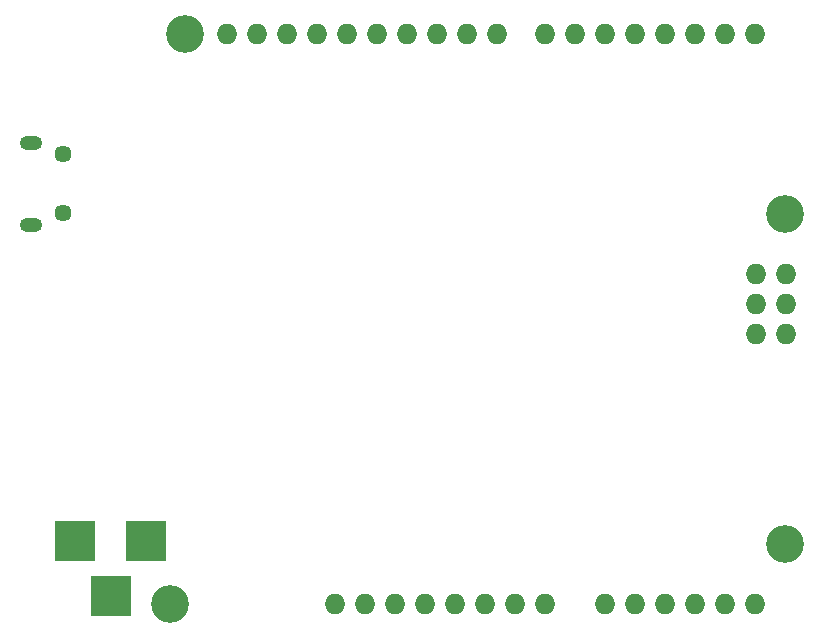
<source format=gbr>
G04 #@! TF.FileFunction,Soldermask,Bot*
%FSLAX46Y46*%
G04 Gerber Fmt 4.6, Leading zero omitted, Abs format (unit mm)*
G04 Created by KiCad (PCBNEW 4.0.7) date 09/05/18 22:20:03*
%MOMM*%
%LPD*%
G01*
G04 APERTURE LIST*
%ADD10C,0.100000*%
%ADD11R,3.500000X3.500000*%
%ADD12C,1.450000*%
%ADD13O,1.900000X1.200000*%
%ADD14O,1.727200X1.727200*%
%ADD15C,3.200000*%
G04 APERTURE END LIST*
D10*
D11*
X118618000Y-121666000D03*
X112618000Y-121666000D03*
X115618000Y-126366000D03*
D12*
X111570000Y-88940000D03*
X111570000Y-93940000D03*
D13*
X108870000Y-87940000D03*
X108870000Y-94940000D03*
D14*
X170307000Y-104140000D03*
X172847000Y-104140000D03*
X172847000Y-101600000D03*
X170307000Y-101600000D03*
X172847000Y-99060000D03*
X157480000Y-127000000D03*
X152400000Y-127000000D03*
X149860000Y-127000000D03*
X147320000Y-127000000D03*
X144780000Y-127000000D03*
X142240000Y-127000000D03*
X139700000Y-127000000D03*
X137160000Y-127000000D03*
X170180000Y-78740000D03*
X167640000Y-78740000D03*
X165100000Y-78740000D03*
X162560000Y-78740000D03*
X160020000Y-78740000D03*
X157480000Y-78740000D03*
X154940000Y-78740000D03*
X152400000Y-78740000D03*
X133096000Y-78740000D03*
X148336000Y-78740000D03*
X145796000Y-78740000D03*
X143256000Y-78740000D03*
D15*
X172720000Y-121920000D03*
X172720000Y-93980000D03*
X121920000Y-78740000D03*
X120650000Y-127000000D03*
D14*
X125476000Y-78740000D03*
X128016000Y-78740000D03*
X130556000Y-78740000D03*
X135636000Y-78740000D03*
X138176000Y-78740000D03*
X140716000Y-78740000D03*
X134620000Y-127000000D03*
X160020000Y-127000000D03*
X162560000Y-127000000D03*
X165100000Y-127000000D03*
X167640000Y-127000000D03*
X170180000Y-127000000D03*
X170307000Y-99060000D03*
M02*

</source>
